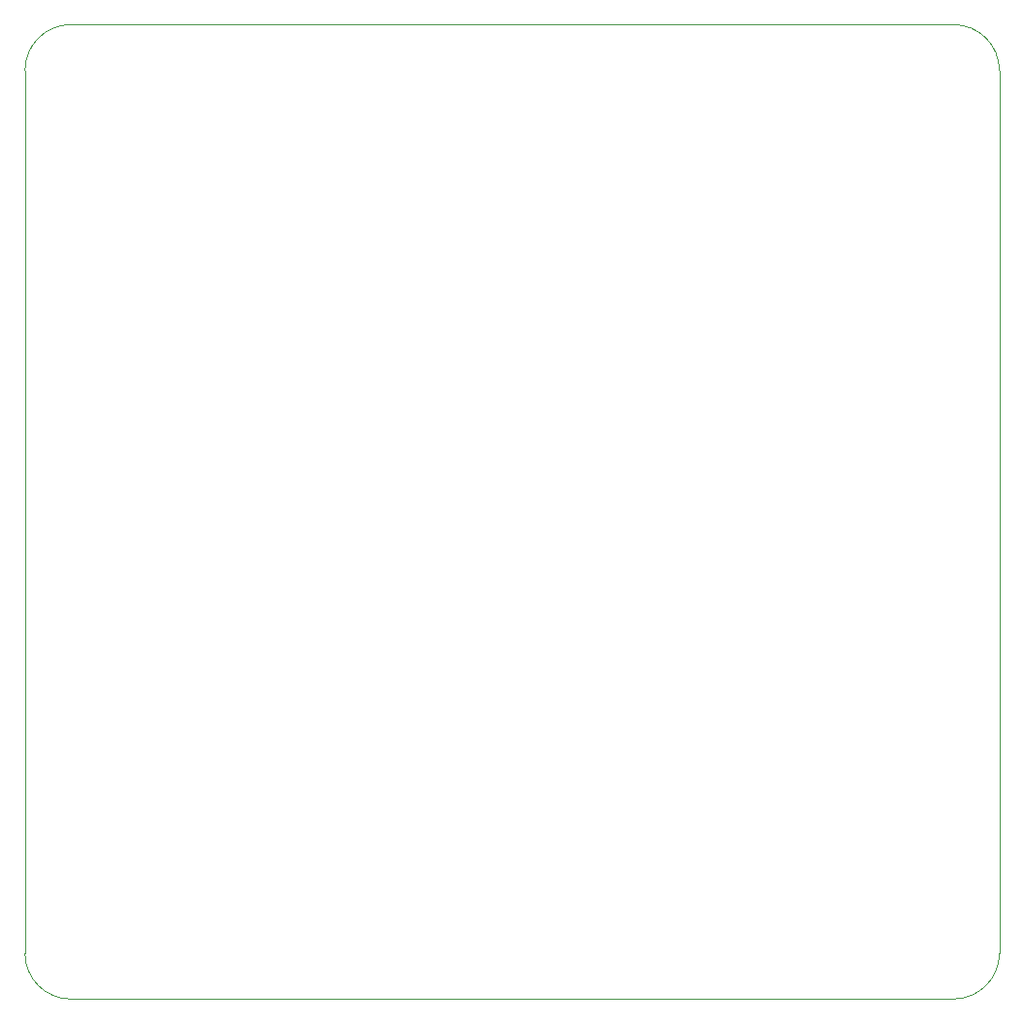
<source format=gm1>
%TF.GenerationSoftware,KiCad,Pcbnew,(6.0.5)*%
%TF.CreationDate,2025-04-13T13:17:39+02:00*%
%TF.ProjectId,LandShark,4c616e64-5368-4617-926b-2e6b69636164,rev?*%
%TF.SameCoordinates,Original*%
%TF.FileFunction,Profile,NP*%
%FSLAX46Y46*%
G04 Gerber Fmt 4.6, Leading zero omitted, Abs format (unit mm)*
G04 Created by KiCad (PCBNEW (6.0.5)) date 2025-04-13 13:17:39*
%MOMM*%
%LPD*%
G01*
G04 APERTURE LIST*
%TA.AperFunction,Profile*%
%ADD10C,0.100000*%
%TD*%
G04 APERTURE END LIST*
D10*
X92000000Y-139000000D02*
X92000000Y-62000000D01*
X173000000Y-143000000D02*
G75*
G03*
X177000000Y-139000000I0J4000000D01*
G01*
X96000000Y-58000000D02*
X173000000Y-58000000D01*
X177000000Y-62000000D02*
X177000000Y-139000000D01*
X177000000Y-62000000D02*
G75*
G03*
X173000000Y-58000000I-4000000J0D01*
G01*
X96000000Y-58000000D02*
G75*
G03*
X92000000Y-62000000I0J-4000000D01*
G01*
X173000000Y-143000000D02*
X96000000Y-143000000D01*
X92000000Y-139000000D02*
G75*
G03*
X96000000Y-143000000I4000000J0D01*
G01*
M02*

</source>
